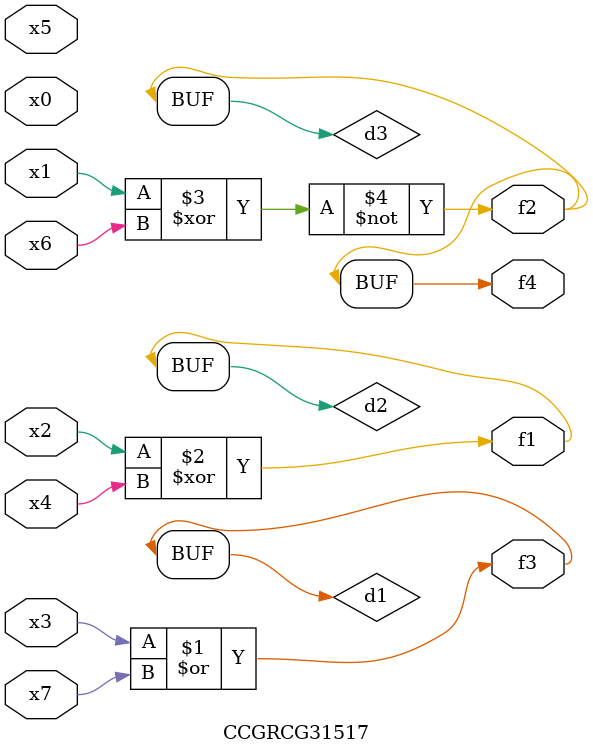
<source format=v>
module CCGRCG31517(
	input x0, x1, x2, x3, x4, x5, x6, x7,
	output f1, f2, f3, f4
);

	wire d1, d2, d3;

	or (d1, x3, x7);
	xor (d2, x2, x4);
	xnor (d3, x1, x6);
	assign f1 = d2;
	assign f2 = d3;
	assign f3 = d1;
	assign f4 = d3;
endmodule

</source>
